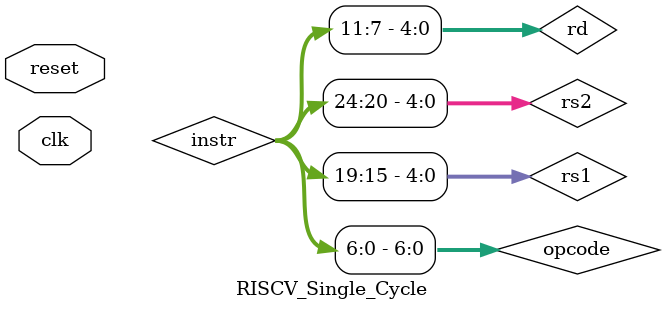
<source format=v>
module RISCV_Single_Cycle(
    input clk,
    input reset
);
    wire [31:0] pc, instr, imm, rd1, rd2, alu_src2, alu_out, dmem_out, wd3, next_pc;
    wire [4:0] rs1, rs2, rd;
    wire [6:0] opcode;
    wire [2:0] funct3;
    wire funct7_5, branch, memread, memtoreg, memwrite, alusrc, regwrite;
    wire [1:0] aluop;
    wire [3:0] alu_ctrl;
    wire br_en;

    // PC
    Program_Counter PC0(clk, reset, next_pc, pc);

    // IMEM
    IMEM IMEM0(pc, instr);

    // Decode
    assign opcode   = instr[6:0];
    assign rd       = instr[11:7];
    assign funct3   = instr[14:12];
    assign rs1      = instr[19:15];
    assign rs2      = instr[24:20];
    assign funct7_5 = instr[30];

    // Regfile
    RegisterFile RF0(clk, regwrite, rs1, rs2, rd, wd3, rd1, rd2);

    // Immediate
    Imm_Gen IG0(instr, imm);

    // Control
    control_unit CU0(opcode, branch, memread, memtoreg, memwrite, alusrc, regwrite, aluop);

    // ALU Control
    ALU_decoder ALUDEC0(aluop, funct3, funct7_5, alu_ctrl);

    // ALU src2 mux
    assign alu_src2 = alusrc ? imm : rd2;

    // ALU
    ALU ALU0(rd1, alu_src2, alu_ctrl, alu_out);

    // Branch Comp
    Branch_Comp BC0(rd1, rd2, funct3, br_en);

    // Next PC logic
    assign next_pc = (branch && br_en) ? pc + imm : pc + 4;

    // DMEM
    DMEM DMEM0(clk, alu_out, rd2, memwrite, dmem_out);

    // WB mux
    assign wd3 = memtoreg ? dmem_out : alu_out;
endmodule

</source>
